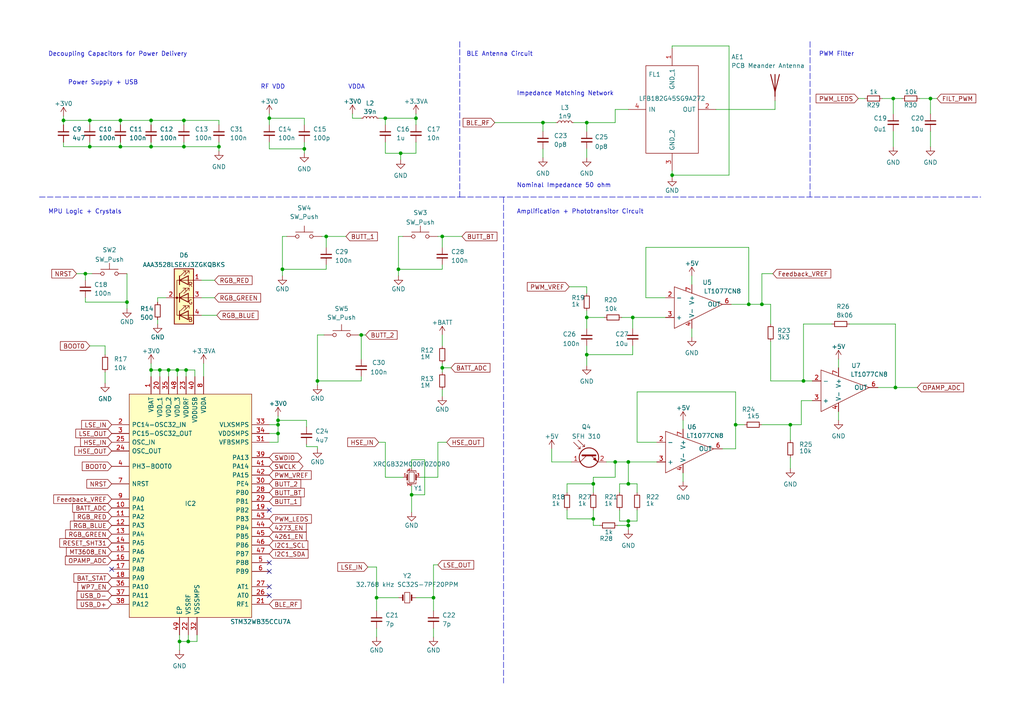
<source format=kicad_sch>
(kicad_sch (version 20211123) (generator eeschema)
  (paper "A4")
  (title_block (title "Amplification and STM32 Circuit") (date "2022-11-08") (rev "1.0") (company "UTEC"))
  (lib_symbols
    (symbol "Amplifier_Operational:LT1077CN8"
      (property "Reference" "U" (at -3.175 0 0))
      (property "Value" "LT1077CN8" (at 1.27 2.54 0))
      (symbol "LT1077CN8_1_1"
        (pin no_connect line (at 6.35 -5.08 270) (length 2.54) hide (name "VOS_1") (number "1"))
        (pin input line (at -6.35 -6.985 0) (length 2.54) (name "-") (number "2"))
        (pin input line (at -6.35 -12.7 0) (length 2.54) (name "+") (number "3"))
        (pin power_in line (at 1.27 -15.875 90) (length 2.54) (name "V-") (number "4"))
        (pin no_connect line (at 4.445 -4.445 270) (length 2.54) hide (name "NC") (number "5"))
        (pin input line (at 12.7 -8.89 180) (length 2.54) (name "OUT") (number "6"))
        (pin power_in line (at 1.27 -3.175 270) (length 2.54) (name "V+") (number "7"))
        (pin no_connect line (at 3.81 -14.605 90) (length 2.54) hide (name "VOS_8") (number "8"))
      )
    )
    (symbol "Device:Antenna" (pin_numbers hide) (pin_names (offset 1.016) hide)
      (property "Reference" "AE" (at -1.905 1.905 0))
      (property "Value" "Antenna" (at -1.905 0 0))
      (symbol "Antenna_1_1"
        (pin input line (at 0 -5.08 90) (length 2.54) (name "A") (number "1"))
      )
    )
    (symbol "Device:C_Small" (pin_numbers hide) (pin_names (offset 0.254) hide)
      (property "Reference" "C" (at 0.254 1.778 0))
      (property "Value" "C_Small" (at 0.254 -2.032 0))
      (symbol "C_Small_1_1"
        (pin passive line (at 0 2.54 270) (length 2.032) (name "~") (number "1"))
        (pin passive line (at 0 -2.54 90) (length 2.032) (name "~") (number "2"))
      )
    )
    (symbol "Device:Crystal_GND24_Small" (pin_names (offset 1.016) hide)
      (property "Reference" "Y" (at 1.27 4.445 0))
      (property "Value" "Crystal_GND24_Small" (at 1.27 2.54 0))
      (symbol "Crystal_GND24_Small_1_1"
        (pin passive line (at -2.54 0 0) (length 1.27) (name "1") (number "1"))
        (pin passive line (at 0 -2.54 90) (length 0.635) (name "2") (number "2"))
        (pin passive line (at 2.54 0 180) (length 1.27) (name "3") (number "3"))
        (pin passive line (at 0 2.54 270) (length 0.635) (name "4") (number "4"))
      )
    )
    (symbol "Device:Crystal_Small" (pin_numbers hide) (pin_names (offset 1.016) hide)
      (property "Reference" "Y" (at 0 2.54 0))
      (property "Value" "Crystal_Small" (at 0 -2.54 0))
      (symbol "Crystal_Small_1_1"
        (pin passive line (at -2.54 0 0) (length 1.27) (name "1") (number "1"))
        (pin passive line (at 2.54 0 180) (length 1.27) (name "2") (number "2"))
      )
    )
    (symbol "Device:LED_RKGB" (pin_names (offset 0) hide)
      (property "Reference" "D" (at 0 9.398 0))
      (property "Value" "LED_RKGB" (at 0 -8.89 0))
      (symbol "LED_RKGB_0_0"
        (text "B" (at 1.905 -6.35 0) (effects (font (size 1.27 1.27))))
        (text "G" (at 1.905 -1.27 0) (effects (font (size 1.27 1.27))))
        (text "R" (at 1.905 3.81 0) (effects (font (size 1.27 1.27))))
      )
      (symbol "LED_RKGB_1_1"
        (pin passive line (at 5.08 5.08 180) (length 2.54) (name "RA") (number "1"))
        (pin passive line (at -5.08 0 0) (length 2.54) (name "K") (number "2"))
        (pin passive line (at 5.08 0 180) (length 2.54) (name "GA") (number "3"))
        (pin passive line (at 5.08 -5.08 180) (length 2.54) (name "BA") (number "4"))
      )
    )
    (symbol "Device:L_Small" (pin_numbers hide) (pin_names (offset 0.254) hide)
      (property "Reference" "L" (at 0.762 1.016 0))
      (property "Value" "L_Small" (at 0.762 -1.016 0))
      (symbol "L_Small_1_1"
        (pin passive line (at 0 2.54 270) (length 0.508) (name "~") (number "1"))
        (pin passive line (at 0 -2.54 90) (length 0.508) (name "~") (number "2"))
      )
    )
    (symbol "Device:Q_Photo_NPN" (pin_names (offset 0) hide)
      (property "Reference" "Q" (at 5.08 1.27 0))
      (property "Value" "Q_Photo_NPN" (at 5.08 -1.27 0))
      (symbol "Q_Photo_NPN_1_1"
        (pin passive line (at 2.54 5.08 270) (length 2.54) (name "C") (number "1"))
        (pin passive line (at 2.54 -5.08 90) (length 2.54) (name "E") (number "2"))
      )
    )
    (symbol "Device:R_Small" (pin_numbers hide) (pin_names (offset 0.254) hide)
      (property "Reference" "R" (at 0.762 0.508 0))
      (property "Value" "R_Small" (at 0.762 -1.016 0))
      (symbol "R_Small_1_1"
        (pin passive line (at 0 2.54 270) (length 0.762) (name "~") (number "1"))
        (pin passive line (at 0 -2.54 90) (length 0.762) (name "~") (number "2"))
      )
    )
    (symbol "SamacSys_Parts:LFB182G45SG9A272" (pin_names (offset 0.762))
      (property "Reference" "FL" (at 21.59 17.78 0))
      (property "Value" "LFB182G45SG9A272" (at 21.59 15.24 0))
      (symbol "LFB182G45SG9A272_0_0"
        (pin passive line (at 12.7 17.78 270) (length 5.08) (name "GND_1") (number "1"))
        (pin passive line (at 25.4 0 180) (length 5.08) (name "OUT") (number "2"))
        (pin passive line (at 12.7 -17.78 90) (length 5.08) (name "GND_2") (number "3"))
        (pin passive line (at 0 0 0) (length 5.08) (name "IN") (number "4"))
      )
    )
    (symbol "SamacSys_Parts:STM32WB35CCU7A" (pin_names (offset 0.762))
      (property "Reference" "IC?" (at 22.86 -19.05 0))
      (property "Value" "STM32WB35CCU7A" (at 43.18 -53.34 0))
      (symbol "STM32WB35CCU7A_0_0"
        (pin passive line (at 11.43 17.78 270) (length 5.08) (name "VBAT") (number "1"))
        (pin passive line (at 0 -20.32 0) (length 5.08) (name "PA1") (number "10"))
        (pin passive line (at 0 -22.86 0) (length 5.08) (name "PA2") (number "11"))
        (pin passive line (at 0 -25.4 0) (length 5.08) (name "PA3") (number "12"))
        (pin passive line (at 0 -27.94 0) (length 5.08) (name "PA4") (number "13"))
        (pin passive line (at 0 -30.48 0) (length 5.08) (name "PA5") (number "14"))
        (pin passive line (at 0 -33.02 0) (length 5.08) (name "PA6") (number "15"))
        (pin passive line (at 0 -35.56 0) (length 5.08) (name "PA7") (number "16"))
        (pin passive line (at 0 -38.1 0) (length 5.08) (name "PA8") (number "17"))
        (pin passive line (at 0 -40.64 0) (length 5.08) (name "PA9") (number "18"))
        (pin passive line (at 45.72 -20.955 180) (length 5.08) (name "PB2") (number "19"))
        (pin passive line (at 0 3.81 0) (length 5.08) (name "PC14-OSC32_IN") (number "2"))
        (pin passive line (at 13.97 17.78 270) (length 5.08) (name "VDD_1") (number "20"))
        (pin passive line (at 45.72 -48.26 180) (length 5.08) (name "RF1") (number "21"))
        (pin passive line (at 22.225 -57.15 90) (length 5.08) (name "VSSRF") (number "22"))
        (pin passive line (at 21.59 17.78 270) (length 5.08) (name "VDDRF") (number "23"))
        (pin passive line (at 0 -3.81 0) (length 5.08) (name "OSC_OUT") (number "24"))
        (pin passive line (at 0 -1.27 0) (length 5.08) (name "OSC_IN") (number "25"))
        (pin passive line (at 45.72 -45.72 180) (length 5.08) (name "AT0") (number "26"))
        (pin passive line (at 45.72 -43.18 180) (length 5.08) (name "AT1") (number "27"))
        (pin passive line (at 45.72 -15.875 180) (length 5.08) (name "PB0") (number "28"))
        (pin passive line (at 45.72 -18.415 180) (length 5.08) (name "PB1") (number "29"))
        (pin passive line (at 0 1.27 0) (length 5.08) (name "PC15-OSC32_OUT") (number "3"))
        (pin passive line (at 45.72 -13.335 180) (length 5.08) (name "PE4") (number "30"))
        (pin passive line (at 45.72 -1.27 180) (length 5.08) (name "VFBSMPS") (number "31"))
        (pin passive line (at 24.765 -57.15 90) (length 5.08) (name "VSSSMPS") (number "32"))
        (pin passive line (at 45.72 3.81 180) (length 5.08) (name "VLXSMPS") (number "33"))
        (pin passive line (at 45.72 1.27 180) (length 5.08) (name "VDDSMPS") (number "34"))
        (pin passive line (at 16.51 17.78 270) (length 5.08) (name "VDD_2") (number "35"))
        (pin passive line (at 0 -43.18 0) (length 5.08) (name "PA10") (number "36"))
        (pin passive line (at 0 -45.72 0) (length 5.08) (name "PA11") (number "37"))
        (pin passive line (at 0 -48.26 0) (length 5.08) (name "PA12") (number "38"))
        (pin passive line (at 45.72 -5.715 180) (length 5.08) (name "PA13") (number "39"))
        (pin passive line (at 0 -8.255 0) (length 5.08) (name "PH3-BOOT0") (number "4"))
        (pin passive line (at 24.13 17.78 270) (length 5.08) (name "VDDUSB") (number "40"))
        (pin passive line (at 45.72 -8.255 180) (length 5.08) (name "PA14") (number "41"))
        (pin passive line (at 45.72 -10.795 180) (length 5.08) (name "PA15") (number "42"))
        (pin passive line (at 45.72 -23.495 180) (length 5.08) (name "PB3") (number "43"))
        (pin passive line (at 45.72 -26.035 180) (length 5.08) (name "PB4") (number "44"))
        (pin passive line (at 45.72 -28.575 180) (length 5.08) (name "PB5") (number "45"))
        (pin passive line (at 45.72 -31.115 180) (length 5.08) (name "PB6") (number "46"))
        (pin passive line (at 45.72 -33.655 180) (length 5.08) (name "PB7") (number "47"))
        (pin passive line (at 19.05 17.78 270) (length 5.08) (name "VDD_3") (number "48"))
        (pin passive line (at 19.685 -57.15 90) (length 5.08) (name "EP") (number "49"))
        (pin passive line (at 45.72 -36.195 180) (length 5.08) (name "PB8") (number "5"))
        (pin passive line (at 45.72 -38.735 180) (length 5.08) (name "PB9") (number "6"))
        (pin passive line (at 0 -13.335 0) (length 5.08) (name "NRST") (number "7"))
        (pin passive line (at 26.67 17.78 270) (length 5.08) (name "VDDA") (number "8"))
        (pin passive line (at 0 -17.78 0) (length 5.08) (name "PA0") (number "9"))
      )
    )
    (symbol "Switch:SW_Push" (pin_numbers hide) (pin_names (offset 1.016) hide)
      (property "Reference" "SW" (at 1.27 2.54 0))
      (property "Value" "SW_Push" (at 0 -1.524 0))
      (symbol "SW_Push_0_1"
        (pin passive line (at -5.08 0 0) (length 2.54) (name "1") (number "1"))
        (pin passive line (at 5.08 0 180) (length 2.54) (name "2") (number "2"))
      )
    )
    (symbol "power:+3.3VA" (power) (pin_names (offset 0))
      (property "Value" "+3.3VA" (at 0 3.556 0))
      (symbol "+3.3VA_1_1"
        (pin power_in line (at 0 0 90) (length 0) hide (name "+3.3VA") (number "1"))
      )
    )
    (symbol "power:+3V0" (power) (pin_names (offset 0))
      (property "Value" "+3V0" (at 0 3.556 0))
      (symbol "+3V0_1_1"
        (pin power_in line (at 0 0 90) (length 0) hide (name "+3V0") (number "1"))
      )
    )
    (symbol "power:+5V" (power) (pin_names (offset 0))
      (property "Value" "+5V" (at 0 3.556 0))
      (symbol "+5V_1_1"
        (pin power_in line (at 0 0 90) (length 0) hide (name "+5V") (number "1"))
      )
    )
    (symbol "power:+BATT" (power) (pin_names (offset 0))
      (property "Value" "+BATT" (at 0 3.556 0))
      (symbol "+BATT_1_1"
        (pin power_in line (at 0 0 90) (length 0) hide (name "+BATT") (number "1"))
      )
    )
    (symbol "power:GND" (power) (pin_names (offset 0))
      (property "Value" "GND" (at 0 -3.81 0))
      (symbol "GND_1_1"
        (pin power_in line (at 0 0 270) (length 0) hide (name "GND") (number "1"))
      )
    )
  )
  (junction (at 24.765 79.375))
  (junction (at 88.265 43.18))
  (junction (at 53.34 42.545))
  (junction (at 170.18 35.56))
  (junction (at 259.715 112.395))
  (junction (at 80.645 123.19))
  (junction (at 53.975 107.315))
  (junction (at 182.245 140.335))
  (junction (at 92.075 110.49))
  (junction (at 109.22 173.355))
  (junction (at 94.615 68.58))
  (junction (at 48.895 107.315))
  (junction (at 128.27 106.68))
  (junction (at 81.915 78.105))
  (junction (at 116.205 44.45))
  (junction (at 119.38 143.51))
  (junction (at 233.045 110.49))
  (junction (at 182.245 151.13))
  (junction (at 54.61 186.055))
  (junction (at 104.775 97.155))
  (junction (at 36.83 87.63))
  (junction (at 194.945 50.8))
  (junction (at 182.245 133.985))
  (junction (at 220.98 88.265))
  (junction (at 172.085 140.335))
  (junction (at 172.085 150.495))
  (junction (at 26.035 42.545))
  (junction (at 170.18 92.075))
  (junction (at 80.645 125.73))
  (junction (at 178.435 133.985))
  (junction (at 229.235 123.19))
  (junction (at 269.875 28.575))
  (junction (at 43.815 34.925))
  (junction (at 120.65 34.29))
  (junction (at 78.105 34.29))
  (junction (at 259.08 28.575))
  (junction (at 213.36 123.19))
  (junction (at 46.355 107.315))
  (junction (at 43.815 42.545))
  (junction (at 217.17 88.265))
  (junction (at 51.435 107.315))
  (junction (at 115.57 78.105))
  (junction (at 111.76 34.29))
  (junction (at 157.48 35.56))
  (junction (at 52.07 186.055))
  (junction (at 170.18 102.87))
  (junction (at 26.035 34.925))
  (junction (at 53.34 34.925))
  (junction (at 63.5 42.545))
  (junction (at 125.73 173.355))
  (junction (at 183.515 92.075))
  (junction (at 43.815 107.315))
  (junction (at 128.27 68.58))
  (junction (at 34.925 42.545))
  (junction (at 182.245 152.4))
  (junction (at 34.925 34.925))
  (junction (at 18.415 34.925))
  (junction (at 80.645 121.92))
  (no_connect (at 78.105 147.955))
  (no_connect (at 78.105 165.735))
  (no_connect (at 78.105 163.195))
  (no_connect (at 78.105 172.72))
  (no_connect (at 78.105 170.18))
  (no_connect (at 32.385 165.1))
  (wire (pts (xy 30.48 107.95) (xy 30.48 111.125)))
  (wire (pts (xy 94.615 76.835) (xy 94.615 78.105)))
  (wire (pts (xy 224.79 29.21) (xy 224.79 31.75)))
  (wire (pts (xy 120.65 34.29) (xy 120.65 36.195)))
  (wire (pts (xy 102.235 34.29) (xy 104.775 34.29)))
  (wire (pts (xy 190.5 128.27) (xy 184.785 128.27)))
  (wire (pts (xy 63.5 34.925) (xy 53.34 34.925)))
  (wire (pts (xy 129.54 128.27) (xy 127 128.27)))
  (wire (pts (xy 194.945 13.335) (xy 194.945 13.97)))
  (wire (pts (xy 128.27 106.68) (xy 130.81 106.68)))
  (wire (pts (xy 93.345 68.58) (xy 94.615 68.58)))
  (wire (pts (xy 115.57 78.105) (xy 115.57 80.01)))
  (wire (pts (xy 59.055 105.41) (xy 59.055 109.22)))
  (wire (pts (xy 269.875 28.575) (xy 269.875 33.02)))
  (wire (pts (xy 223.52 110.49) (xy 233.045 110.49)))
  (wire (pts (xy 34.925 34.925) (xy 26.035 34.925)))
  (wire (pts (xy 170.18 92.075) (xy 175.26 92.075)))
  (wire (pts (xy 51.435 107.315) (xy 48.895 107.315)))
  (wire (pts (xy 229.235 132.715) (xy 229.235 135.89)))
  (wire (pts (xy 233.045 93.98) (xy 233.045 110.49)))
  (wire (pts (xy 229.235 123.19) (xy 229.235 127.635)))
  (wire (pts (xy 34.925 41.275) (xy 34.925 42.545)))
  (wire (pts (xy 179.07 152.4) (xy 182.245 152.4)))
  (wire (pts (xy 80.645 128.27) (xy 80.645 125.73)))
  (wire (pts (xy 48.895 109.22) (xy 48.895 107.315)))
  (wire (pts (xy 120.65 34.29) (xy 120.65 33.02)))
  (wire (pts (xy 52.07 184.15) (xy 52.07 186.055)))
  (wire (pts (xy 223.52 88.265) (xy 223.52 93.98)))
  (wire (pts (xy 172.085 152.4) (xy 173.99 152.4)))
  (wire (pts (xy 81.915 68.58) (xy 81.915 78.105)))
  (wire (pts (xy 78.105 33.02) (xy 78.105 34.29)))
  (wire (pts (xy 56.515 109.22) (xy 56.515 107.315)))
  (wire (pts (xy 187.325 86.36) (xy 187.325 71.755)))
  (wire (pts (xy 88.9 129.54) (xy 92.075 129.54)))
  (wire (pts (xy 120.65 173.355) (xy 125.73 173.355)))
  (wire (pts (xy 63.5 42.545) (xy 53.34 42.545)))
  (wire (pts (xy 119.38 143.51) (xy 119.38 148.59)))
  (wire (pts (xy 164.465 150.495) (xy 172.085 150.495)))
  (wire (pts (xy 94.615 68.58) (xy 94.615 71.755)))
  (wire (pts (xy 243.205 119.38) (xy 243.205 121.92)))
  (wire (pts (xy 184.785 151.13) (xy 182.245 151.13)))
  (wire (pts (xy 200.66 95.25) (xy 200.66 97.79)))
  (wire (pts (xy 26.035 34.925) (xy 18.415 34.925)))
  (wire (pts (xy 232.41 116.205) (xy 235.585 116.205)))
  (wire (pts (xy 54.61 184.15) (xy 54.61 186.055)))
  (wire (pts (xy 179.705 151.13) (xy 182.245 151.13)))
  (wire (pts (xy 125.73 163.83) (xy 125.73 173.355)))
  (wire (pts (xy 62.23 86.36) (xy 58.42 86.36)))
  (wire (pts (xy 88.9 128.905) (xy 88.9 129.54)))
  (wire (pts (xy 182.245 133.985) (xy 182.245 140.335)))
  (wire (pts (xy 109.22 173.355) (xy 109.22 177.165)))
  (wire (pts (xy 43.815 41.275) (xy 43.815 42.545)))
  (wire (pts (xy 46.355 107.315) (xy 43.815 107.315)))
  (wire (pts (xy 170.18 43.18) (xy 170.18 45.72)))
  (wire (pts (xy 170.18 85.09) (xy 170.18 83.185)))
  (wire (pts (xy 229.235 123.19) (xy 232.41 123.19)))
  (wire (pts (xy 269.875 38.1) (xy 269.875 42.545)))
  (wire (pts (xy 43.815 34.925) (xy 34.925 34.925)))
  (wire (pts (xy 94.615 78.105) (xy 81.915 78.105)))
  (wire (pts (xy 172.085 147.955) (xy 172.085 150.495)))
  (wire (pts (xy 217.17 88.265) (xy 220.98 88.265)))
  (wire (pts (xy 172.085 138.43) (xy 178.435 138.43)))
  (wire (pts (xy 53.34 36.195) (xy 53.34 34.925)))
  (wire (pts (xy 259.08 28.575) (xy 261.62 28.575)))
  (wire (pts (xy 63.5 36.195) (xy 63.5 34.925)))
  (wire (pts (xy 233.045 110.49) (xy 235.585 110.49)))
  (wire (pts (xy 94.615 68.58) (xy 100.33 68.58)))
  (wire (pts (xy 269.875 28.575) (xy 271.78 28.575)))
  (wire (pts (xy 26.035 41.275) (xy 26.035 42.545)))
  (wire (pts (xy 184.785 147.955) (xy 184.785 151.13)))
  (wire (pts (xy 179.705 142.875) (xy 179.705 140.335)))
  (wire (pts (xy 255.905 28.575) (xy 259.08 28.575)))
  (wire (pts (xy 48.895 107.315) (xy 46.355 107.315)))
  (wire (pts (xy 123.19 133.35) (xy 123.19 143.51)))
  (wire (pts (xy 164.465 140.335) (xy 172.085 140.335)))
  (wire (pts (xy 43.815 105.41) (xy 43.815 107.315)))
  (wire (pts (xy 160.02 130.175) (xy 160.02 133.985)))
  (wire (pts (xy 92.075 97.155) (xy 92.075 110.49)))
  (wire (pts (xy 182.245 31.75) (xy 178.435 31.75)))
  (wire (pts (xy 46.355 109.22) (xy 46.355 107.315)))
  (wire (pts (xy 78.105 125.73) (xy 80.645 125.73)))
  (wire (pts (xy 36.83 79.375) (xy 36.83 87.63)))
  (wire (pts (xy 232.41 123.19) (xy 232.41 116.205)))
  (wire (pts (xy 178.435 35.56) (xy 170.18 35.56)))
  (wire (pts (xy 104.775 110.49) (xy 92.075 110.49)))
  (polyline (pts (xy 11.43 57.15) (xy 133.35 57.15)))
  (wire (pts (xy 92.075 129.54) (xy 92.075 130.175)))
  (wire (pts (xy 109.855 34.29) (xy 111.76 34.29)))
  (wire (pts (xy 128.27 105.41) (xy 128.27 106.68)))
  (wire (pts (xy 143.51 35.56) (xy 157.48 35.56)))
  (wire (pts (xy 109.22 164.465) (xy 109.22 173.355)))
  (wire (pts (xy 213.36 113.665) (xy 213.36 123.19)))
  (wire (pts (xy 62.23 81.28) (xy 58.42 81.28)))
  (wire (pts (xy 157.48 43.18) (xy 157.48 45.72)))
  (wire (pts (xy 34.925 36.195) (xy 34.925 34.925)))
  (wire (pts (xy 80.645 121.92) (xy 80.645 123.19)))
  (polyline (pts (xy 146.05 57.15) (xy 146.05 198.12)))
  (wire (pts (xy 104.775 109.22) (xy 104.775 110.49)))
  (wire (pts (xy 183.515 92.075) (xy 183.515 95.25)))
  (polyline (pts (xy 234.95 12.065) (xy 234.95 57.15)))
  (wire (pts (xy 30.48 100.33) (xy 30.48 102.87)))
  (wire (pts (xy 63.5 41.275) (xy 63.5 42.545)))
  (wire (pts (xy 259.08 38.1) (xy 259.08 42.545)))
  (wire (pts (xy 184.785 113.665) (xy 213.36 113.665)))
  (wire (pts (xy 24.765 79.375) (xy 26.67 79.375)))
  (wire (pts (xy 18.415 33.655) (xy 18.415 34.925)))
  (wire (pts (xy 128.27 76.835) (xy 128.27 78.105)))
  (wire (pts (xy 26.035 36.195) (xy 26.035 34.925)))
  (wire (pts (xy 52.07 186.055) (xy 52.07 188.595)))
  (wire (pts (xy 164.465 147.955) (xy 164.465 150.495)))
  (wire (pts (xy 217.17 71.755) (xy 217.17 88.265)))
  (wire (pts (xy 58.42 91.44) (xy 62.865 91.44)))
  (wire (pts (xy 220.98 88.265) (xy 223.52 88.265)))
  (wire (pts (xy 259.715 112.395) (xy 266.065 112.395)))
  (wire (pts (xy 128.27 68.58) (xy 133.985 68.58)))
  (wire (pts (xy 224.155 79.375) (xy 220.98 79.375)))
  (wire (pts (xy 88.265 43.18) (xy 88.265 44.45)))
  (wire (pts (xy 111.76 128.27) (xy 111.76 138.43)))
  (wire (pts (xy 36.83 87.63) (xy 36.83 89.535)))
  (wire (pts (xy 26.035 42.545) (xy 34.925 42.545)))
  (wire (pts (xy 128.27 113.03) (xy 128.27 114.935)))
  (wire (pts (xy 248.92 28.575) (xy 250.825 28.575)))
  (wire (pts (xy 254.635 112.395) (xy 259.715 112.395)))
  (wire (pts (xy 170.18 83.185) (xy 165.1 83.185)))
  (wire (pts (xy 175.895 133.985) (xy 178.435 133.985)))
  (wire (pts (xy 104.14 97.155) (xy 104.775 97.155)))
  (wire (pts (xy 18.415 41.275) (xy 18.415 42.545)))
  (wire (pts (xy 43.815 36.195) (xy 43.815 34.925)))
  (wire (pts (xy 24.765 86.36) (xy 24.765 87.63)))
  (wire (pts (xy 209.55 130.175) (xy 213.36 130.175)))
  (wire (pts (xy 125.73 182.245) (xy 125.73 184.785)))
  (wire (pts (xy 212.09 88.265) (xy 217.17 88.265)))
  (wire (pts (xy 184.785 128.27) (xy 184.785 113.665)))
  (wire (pts (xy 182.245 152.4) (xy 182.245 153.67)))
  (wire (pts (xy 78.105 41.275) (xy 78.105 43.18)))
  (wire (pts (xy 127 128.27) (xy 127 138.43)))
  (wire (pts (xy 119.38 133.35) (xy 123.19 133.35)))
  (wire (pts (xy 18.415 42.545) (xy 26.035 42.545)))
  (wire (pts (xy 120.65 44.45) (xy 116.205 44.45)))
  (wire (pts (xy 83.185 68.58) (xy 81.915 68.58)))
  (wire (pts (xy 172.085 150.495) (xy 172.085 152.4)))
  (wire (pts (xy 178.435 138.43) (xy 178.435 133.985)))
  (wire (pts (xy 178.435 31.75) (xy 178.435 35.56)))
  (wire (pts (xy 170.18 92.075) (xy 170.18 95.25)))
  (wire (pts (xy 127 68.58) (xy 128.27 68.58)))
  (wire (pts (xy 180.34 92.075) (xy 183.515 92.075)))
  (wire (pts (xy 123.19 143.51) (xy 119.38 143.51)))
  (wire (pts (xy 88.265 36.195) (xy 88.265 34.29)))
  (wire (pts (xy 178.435 133.985) (xy 182.245 133.985)))
  (wire (pts (xy 170.18 35.56) (xy 170.18 38.1)))
  (wire (pts (xy 92.075 97.155) (xy 93.98 97.155)))
  (wire (pts (xy 266.7 28.575) (xy 269.875 28.575)))
  (wire (pts (xy 164.465 142.875) (xy 164.465 140.335)))
  (wire (pts (xy 179.705 140.335) (xy 182.245 140.335)))
  (wire (pts (xy 26.035 100.33) (xy 30.48 100.33)))
  (wire (pts (xy 183.515 92.075) (xy 193.04 92.075)))
  (wire (pts (xy 88.9 123.825) (xy 88.9 121.92)))
  (wire (pts (xy 88.265 34.29) (xy 78.105 34.29)))
  (wire (pts (xy 116.205 44.45) (xy 116.205 46.355)))
  (wire (pts (xy 88.265 41.275) (xy 88.265 43.18)))
  (wire (pts (xy 128.27 78.105) (xy 115.57 78.105)))
  (wire (pts (xy 22.225 79.375) (xy 24.765 79.375)))
  (wire (pts (xy 128.27 68.58) (xy 128.27 71.755)))
  (wire (pts (xy 200.66 80.01) (xy 200.66 82.55)))
  (wire (pts (xy 43.815 107.315) (xy 43.815 109.22)))
  (wire (pts (xy 63.5 42.545) (xy 63.5 43.815)))
  (wire (pts (xy 211.455 13.335) (xy 211.455 50.8)))
  (wire (pts (xy 128.27 107.95) (xy 128.27 106.68)))
  (wire (pts (xy 182.245 151.13) (xy 182.245 152.4)))
  (wire (pts (xy 182.245 140.335) (xy 184.785 140.335)))
  (wire (pts (xy 24.765 79.375) (xy 24.765 81.28)))
  (wire (pts (xy 119.38 140.97) (xy 119.38 143.51)))
  (polyline (pts (xy 133.35 57.15) (xy 284.48 57.15)))
  (wire (pts (xy 34.925 42.545) (xy 43.815 42.545)))
  (wire (pts (xy 54.61 186.055) (xy 52.07 186.055)))
  (wire (pts (xy 166.37 35.56) (xy 170.18 35.56)))
  (wire (pts (xy 18.415 34.925) (xy 18.415 36.195)))
  (wire (pts (xy 243.205 104.14) (xy 243.205 106.68)))
  (wire (pts (xy 111.76 138.43) (xy 116.84 138.43)))
  (wire (pts (xy 78.105 123.19) (xy 80.645 123.19)))
  (wire (pts (xy 246.38 93.98) (xy 259.715 93.98)))
  (wire (pts (xy 160.02 133.985) (xy 165.735 133.985)))
  (wire (pts (xy 109.22 182.245) (xy 109.22 184.785)))
  (wire (pts (xy 115.57 68.58) (xy 115.57 78.105)))
  (polyline (pts (xy 133.35 57.15) (xy 133.35 12.065)))
  (wire (pts (xy 157.48 38.1) (xy 157.48 35.56)))
  (wire (pts (xy 111.76 34.29) (xy 111.76 36.195)))
  (wire (pts (xy 194.945 13.335) (xy 211.455 13.335)))
  (wire (pts (xy 45.72 87.63) (xy 45.72 86.36)))
  (wire (pts (xy 109.855 128.27) (xy 111.76 128.27)))
  (wire (pts (xy 104.775 97.155) (xy 104.775 104.14)))
  (wire (pts (xy 187.325 71.755) (xy 217.17 71.755)))
  (wire (pts (xy 80.645 120.65) (xy 80.645 121.92)))
  (wire (pts (xy 80.645 125.73) (xy 80.645 123.19)))
  (wire (pts (xy 184.785 142.875) (xy 184.785 140.335)))
  (wire (pts (xy 220.98 79.375) (xy 220.98 88.265)))
  (wire (pts (xy 213.36 123.19) (xy 215.9 123.19)))
  (wire (pts (xy 43.815 42.545) (xy 53.34 42.545)))
  (wire (pts (xy 53.34 41.275) (xy 53.34 42.545)))
  (wire (pts (xy 119.38 135.89) (xy 119.38 133.35)))
  (wire (pts (xy 24.765 87.63) (xy 36.83 87.63)))
  (wire (pts (xy 109.22 173.355) (xy 115.57 173.355)))
  (wire (pts (xy 193.04 86.36) (xy 187.325 86.36)))
  (wire (pts (xy 223.52 99.06) (xy 223.52 110.49)))
  (wire (pts (xy 259.08 28.575) (xy 259.08 33.02)))
  (wire (pts (xy 198.12 121.92) (xy 198.12 124.46)))
  (wire (pts (xy 78.105 128.27) (xy 80.645 128.27)))
  (wire (pts (xy 220.98 123.19) (xy 229.235 123.19)))
  (wire (pts (xy 172.085 142.875) (xy 172.085 140.335)))
  (wire (pts (xy 56.515 107.315) (xy 53.975 107.315)))
  (wire (pts (xy 211.455 50.8) (xy 194.945 50.8)))
  (wire (pts (xy 170.18 102.87) (xy 170.18 106.045)))
  (wire (pts (xy 81.915 78.105) (xy 81.915 80.01)))
  (wire (pts (xy 179.705 147.955) (xy 179.705 151.13)))
  (wire (pts (xy 111.76 44.45) (xy 116.205 44.45)))
  (wire (pts (xy 128.27 97.155) (xy 128.27 100.33)))
  (wire (pts (xy 183.515 100.33) (xy 183.515 102.87)))
  (wire (pts (xy 51.435 109.22) (xy 51.435 107.315)))
  (wire (pts (xy 104.775 97.155) (xy 106.045 97.155)))
  (wire (pts (xy 111.76 41.275) (xy 111.76 44.45)))
  (wire (pts (xy 170.18 100.33) (xy 170.18 102.87)))
  (wire (pts (xy 172.085 140.335) (xy 172.085 138.43)))
  (wire (pts (xy 194.945 50.8) (xy 194.945 51.435)))
  (wire (pts (xy 106.68 164.465) (xy 109.22 164.465)))
  (wire (pts (xy 198.12 137.16) (xy 198.12 139.7)))
  (wire (pts (xy 241.3 93.98) (xy 233.045 93.98)))
  (wire (pts (xy 157.48 35.56) (xy 161.29 35.56)))
  (wire (pts (xy 127 138.43) (xy 121.92 138.43)))
  (wire (pts (xy 213.36 130.175) (xy 213.36 123.19)))
  (wire (pts (xy 259.715 93.98) (xy 259.715 112.395)))
  (wire (pts (xy 116.84 68.58) (xy 115.57 68.58)))
  (wire (pts (xy 207.645 31.75) (xy 224.79 31.75)))
  (wire (pts (xy 57.15 186.055) (xy 54.61 186.055)))
  (wire (pts (xy 170.18 90.17) (xy 170.18 92.075)))
  (wire (pts (xy 127 163.83) (xy 125.73 163.83)))
  (wire (pts (xy 78.105 34.29) (xy 78.105 36.195)))
  (wire (pts (xy 53.34 34.925) (xy 43.815 34.925)))
  (wire (pts (xy 45.72 86.36) (xy 48.26 86.36)))
  (wire (pts (xy 183.515 102.87) (xy 170.18 102.87)))
  (wire (pts (xy 92.075 110.49) (xy 92.075 111.76)))
  (wire (pts (xy 53.975 107.315) (xy 51.435 107.315)))
  (wire (pts (xy 57.15 184.15) (xy 57.15 186.055)))
  (wire (pts (xy 182.245 133.985) (xy 190.5 133.985)))
  (wire (pts (xy 45.72 92.71) (xy 45.72 93.98)))
  (wire (pts (xy 120.65 41.275) (xy 120.65 44.45)))
  (wire (pts (xy 88.9 121.92) (xy 80.645 121.92)))
  (wire (pts (xy 125.73 173.355) (xy 125.73 177.165)))
  (wire (pts (xy 53.975 109.22) (xy 53.975 107.315)))
  (wire (pts (xy 111.76 34.29) (xy 120.65 34.29)))
  (wire (pts (xy 102.235 33.02) (xy 102.235 34.29)))
  (wire (pts (xy 194.945 49.53) (xy 194.945 50.8)))
  (wire (pts (xy 78.105 43.18) (xy 88.265 43.18)))
  (text "Decoupling Capacitors for Power Delivery" (at 13.97 16.51 0) (effects (font (size 1.27 1.27)) (justify left bottom)))
  (text "BLE Antenna Circuit" (at 135.255 16.51 0) (effects (font (size 1.27 1.27)) (justify left bottom)))
  (text "Nominal Impedance 50 ohm" (at 149.86 54.61 0) (effects (font (size 1.27 1.27)) (justify left bottom)))
  (text "RF VDD" (at 75.565 26.035 0) (effects (font (size 1.27 1.27)) (justify left bottom)))
  (text "PWM Filter" (at 237.49 16.51 0) (effects (font (size 1.27 1.27)) (justify left bottom)))
  (text "Power Supply + USB" (at 19.685 24.765 0) (effects (font (size 1.27 1.27)) (justify left bottom)))
  (text "Impedance Matching Network\n" (at 149.86 27.94 0) (effects (font (size 1.27 1.27)) (justify left bottom)))
  (text "MPU Logic + Crystals" (at 13.97 62.23 0) (effects (font (size 1.27 1.27)) (justify left bottom)))
  (text "VDDA" (at 100.965 26.035 0) (effects (font (size 1.27 1.27)) (justify left bottom)))
  (text "Amplification + Phototransitor Circuit" (at 149.86 62.23 0) (effects (font (size 1.27 1.27)) (justify left bottom)))
  (global_label "HSE_IN" (shape input) (at 109.855 128.27 180) (property "Intersheet References" "${INTERSHEET_REFS}" (effects hide)))
  (global_label "PWM_LEDS" (shape input) (at 78.105 150.495 0) (property "Intersheet References" "${INTERSHEET_REFS}" (effects hide)))
  (global_label "RGB_RED" (shape input) (at 62.23 81.28 0) (property "Intersheet References" "${INTERSHEET_REFS}" (effects hide)))
  (global_label "NRST" (shape input) (at 32.385 140.335 180) (property "Intersheet References" "${INTERSHEET_REFS}" (effects hide)))
  (global_label "RGB_RED" (shape input) (at 32.385 149.86 180) (property "Intersheet References" "${INTERSHEET_REFS}" (effects hide)))
  (global_label "WP7_EN" (shape input) (at 32.385 170.18 180) (property "Intersheet References" "${INTERSHEET_REFS}" (effects hide)))
  (global_label "SWCLK" (shape bidirectional) (at 78.105 135.255 0) (property "Intersheet References" "${INTERSHEET_REFS}" (effects hide)))
  (global_label "RGB_BLUE" (shape input) (at 32.385 152.4 180) (property "Intersheet References" "${INTERSHEET_REFS}" (effects hide)))
  (global_label "MT3608_EN" (shape input) (at 32.385 160.02 180) (property "Intersheet References" "${INTERSHEET_REFS}" (effects hide)))
  (global_label "RGB_GREEN" (shape input) (at 32.385 154.94 180) (property "Intersheet References" "${INTERSHEET_REFS}" (effects hide)))
  (global_label "HSE_OUT" (shape input) (at 129.54 128.27 0) (property "Intersheet References" "${INTERSHEET_REFS}" (effects hide)))
  (global_label "PWM_VREF" (shape input) (at 78.105 137.795 0) (property "Intersheet References" "${INTERSHEET_REFS}" (effects hide)))
  (global_label "LSE_OUT" (shape input) (at 127 163.83 0) (property "Intersheet References" "${INTERSHEET_REFS}" (effects hide)))
  (global_label "4261_EN" (shape input) (at 78.105 155.575 0) (property "Intersheet References" "${INTERSHEET_REFS}" (effects hide)))
  (global_label "LSE_IN" (shape input) (at 32.385 123.19 180) (property "Intersheet References" "${INTERSHEET_REFS}" (effects hide)))
  (global_label "LSE_IN" (shape input) (at 106.68 164.465 180) (property "Intersheet References" "${INTERSHEET_REFS}" (effects hide)))
  (global_label "SWDIO" (shape bidirectional) (at 78.105 132.715 0) (property "Intersheet References" "${INTERSHEET_REFS}" (effects hide)))
  (global_label "RESET_SHT31" (shape input) (at 32.385 157.48 180) (property "Intersheet References" "${INTERSHEET_REFS}" (effects hide)))
  (global_label "I2C1_SCL" (shape input) (at 78.105 158.115 0) (property "Intersheet References" "${INTERSHEET_REFS}" (effects hide)))
  (global_label "BATT_ADC" (shape input) (at 130.81 106.68 0) (property "Intersheet References" "${INTERSHEET_REFS}" (effects hide)))
  (global_label "USB_D+" (shape input) (at 32.385 175.26 180) (property "Intersheet References" "${INTERSHEET_REFS}" (effects hide)))
  (global_label "RGB_BLUE" (shape input) (at 62.865 91.44 0) (property "Intersheet References" "${INTERSHEET_REFS}" (effects hide)))
  (global_label "HSE_OUT" (shape input) (at 32.385 130.81 180) (property "Intersheet References" "${INTERSHEET_REFS}" (effects hide)))
  (global_label "LSE_OUT" (shape input) (at 32.385 125.73 180) (property "Intersheet References" "${INTERSHEET_REFS}" (effects hide)))
  (global_label "FILT_PWM" (shape input) (at 271.78 28.575 0) (property "Intersheet References" "${INTERSHEET_REFS}" (effects hide)))
  (global_label "BATT_ADC" (shape input) (at 32.385 147.32 180) (property "Intersheet References" "${INTERSHEET_REFS}" (effects hide)))
  (global_label "USB_D-" (shape input) (at 32.385 172.72 180) (property "Intersheet References" "${INTERSHEET_REFS}" (effects hide)))
  (global_label "BUTT_BT" (shape input) (at 133.985 68.58 0) (property "Intersheet References" "${INTERSHEET_REFS}" (effects hide)))
  (global_label "RGB_GREEN" (shape input) (at 62.23 86.36 0) (property "Intersheet References" "${INTERSHEET_REFS}" (effects hide)))
  (global_label "Feedback_VREF" (shape input) (at 32.385 144.78 180) (property "Intersheet References" "${INTERSHEET_REFS}" (effects hide)))
  (global_label "BOOT0" (shape input) (at 26.035 100.33 180) (property "Intersheet References" "${INTERSHEET_REFS}" (effects hide)))
  (global_label "BLE_RF" (shape input) (at 143.51 35.56 180) (property "Intersheet References" "${INTERSHEET_REFS}" (effects hide)))
  (global_label "4273_EN" (shape input) (at 78.105 153.035 0) (property "Intersheet References" "${INTERSHEET_REFS}" (effects hide)))
  (global_label "BLE_RF" (shape input) (at 78.105 175.26 0) (property "Intersheet References" "${INTERSHEET_REFS}" (effects hide)))
  (global_label "BUTT_1" (shape input) (at 78.105 145.415 0) (property "Intersheet References" "${INTERSHEET_REFS}" (effects hide)))
  (global_label "BUTT_1" (shape input) (at 100.33 68.58 0) (property "Intersheet References" "${INTERSHEET_REFS}" (effects hide)))
  (global_label "HSE_IN" (shape input) (at 32.385 128.27 180) (property "Intersheet References" "${INTERSHEET_REFS}" (effects hide)))
  (global_label "BAT_STAT" (shape input) (at 32.385 167.64 180) (property "Intersheet References" "${INTERSHEET_REFS}" (effects hide)))
  (global_label "NRST" (shape input) (at 22.225 79.375 180) (property "Intersheet References" "${INTERSHEET_REFS}" (effects hide)))
  (global_label "OPAMP_ADC" (shape input) (at 266.065 112.395 0) (property "Intersheet References" "${INTERSHEET_REFS}" (effects hide)))
  (global_label "PWM_VREF" (shape input) (at 165.1 83.185 180) (property "Intersheet References" "${INTERSHEET_REFS}" (effects hide)))
  (global_label "PWM_LEDS" (shape input) (at 248.92 28.575 180) (property "Intersheet References" "${INTERSHEET_REFS}" (effects hide)))
  (global_label "BOOT0" (shape input) (at 32.385 135.255 180) (property "Intersheet References" "${INTERSHEET_REFS}" (effects hide)))
  (global_label "BUTT_2" (shape input) (at 106.045 97.155 0) (property "Intersheet References" "${INTERSHEET_REFS}" (effects hide)))
  (global_label "I2C1_SDA" (shape input) (at 78.105 160.655 0) (property "Intersheet References" "${INTERSHEET_REFS}" (effects hide)))
  (global_label "BUTT_BT" (shape input) (at 78.105 142.875 0) (property "Intersheet References" "${INTERSHEET_REFS}" (effects hide)))
  (global_label "BUTT_2" (shape input) (at 78.105 140.335 0) (property "Intersheet References" "${INTERSHEET_REFS}" (effects hide)))
  (global_label "OPAMP_ADC" (shape input) (at 32.385 162.56 180) (property "Intersheet References" "${INTERSHEET_REFS}" (effects hide)))
  (global_label "Feedback_VREF" (shape input) (at 224.155 79.375 0) (property "Intersheet References" "${INTERSHEET_REFS}" (effects hide)))
  (symbol (lib_id "Amplifier_Operational:LT1077CN8") (at 241.935 103.505 0) (unit 1)
    (property "Reference" "U7" (at 248.285 106.045 0))
    (property "Value" "LT1077CN8" (at 252.095 108.585 0))
    (property "Footprint" "Package_DIP:DIP-8_W7.62mm" (effects hide))
  )
  (symbol (lib_id "power:+5V") (at 198.12 121.92 0) (unit 1)
    (property "Reference" "#PWR058" (effects hide))
    (property "Value" "+5V" (at 198.12 118.3155 0))
  )
  (symbol (lib_id "Device:C_Small") (at 120.65 38.735 0) (unit 1)
    (property "Reference" "C17" (at 123.825 37.4712 0) (effects (justify left)))
    (property "Value" "10n" (at 123.825 40.0112 0) (effects (justify left)))
    (property "Footprint" "Capacitor_SMD:C_0402_1005Metric" (effects hide))
  )
  (symbol (lib_id "Device:R_Small") (at 30.48 105.41 0) (unit 1)
    (property "Reference" "R17" (at 33.02 104.1399 0) (effects (justify left)))
    (property "Value" "10k" (at 33.02 106.6799 0) (effects (justify left)))
    (property "Footprint" "Resistor_SMD:R_0402_1005Metric" (effects hide))
    (property "LCSC Part #" "C25744" (effects hide))
  )
  (symbol (lib_id "Device:C_Small") (at 128.27 74.295 0) (unit 1)
    (property "Reference" "C28" (at 130.81 73.0312 0) (effects (justify left)))
    (property "Value" "100n" (at 130.81 75.5712 0) (effects (justify left)))
    (property "Footprint" "Capacitor_SMD:C_0402_1005Metric" (effects hide))
    (property "LCSC Part #" "C307331" (effects hide))
  )
  (symbol (lib_id "Device:C_Small") (at 24.765 83.82 0) (unit 1)
    (property "Reference" "C18" (at 27.305 82.5562 0) (effects (justify left)))
    (property "Value" "100n" (at 27.305 85.0962 0) (effects (justify left)))
    (property "Footprint" "Capacitor_SMD:C_0402_1005Metric" (effects hide))
    (property "LCSC Part #" "C307331" (effects hide))
  )
  (symbol (lib_id "Device:L_Small") (at 163.83 35.56 90) (unit 1)
    (property "Reference" "L3" (at 163.83 31.2125 90))
    (property "Value" "1n9" (at 163.83 33.655 90))
    (property "Footprint" "Inductor_SMD:L_0402_1005Metric" (effects hide))
  )
  (symbol (lib_id "power:GND") (at 116.205 46.355 0) (unit 1)
    (property "Reference" "#PWR047" (effects hide))
    (property "Value" "GND" (at 116.205 50.9175 0))
  )
  (symbol (lib_id "power:+3V0") (at 78.105 33.02 0) (unit 1)
    (property "Reference" "#PWR024" (effects hide))
    (property "Value" "+3V0" (at 78.105 29.4155 0))
  )
  (symbol (lib_id "power:+3.3VA") (at 59.055 105.41 0) (unit 1)
    (property "Reference" "#PWR038" (effects hide))
    (property "Value" "+3.3VA" (at 59.055 101.8055 0))
  )
  (symbol (lib_id "Device:R_Small") (at 164.465 145.415 0) (unit 1)
    (property "Reference" "R18" (at 160.02 144.145 0) (effects (justify left)))
    (property "Value" "1k" (at 160.02 146.05 0) (effects (justify left)))
    (property "Footprint" "Resistor_SMD:R_0805_2012Metric" (effects hide))
  )
  (symbol (lib_id "Device:C_Small") (at 26.035 38.735 0) (unit 1)
    (property "Reference" "C10" (at 28.575 37.4712 0) (effects (justify left)))
    (property "Value" "100n" (at 28.575 40.0112 0) (effects (justify left)))
    (property "Footprint" "Capacitor_SMD:C_0402_1005Metric" (effects hide))
  )
  (symbol (lib_id "Device:R_Small") (at 253.365 28.575 90) (unit 1)
    (property "Reference" "R29" (at 255.27 30.48 90) (effects (justify left)))
    (property "Value" "1k" (at 254.635 26.67 90) (effects (justify left)))
    (property "Footprint" "Resistor_SMD:R_0805_2012Metric" (effects hide))
  )
  (symbol (lib_id "power:+3.3VA") (at 120.65 33.02 0) (unit 1)
    (property "Reference" "#PWR048" (effects hide))
    (property "Value" "+3.3VA" (at 120.65 29.4155 0))
  )
  (symbol (lib_id "Device:C_Small") (at 94.615 74.295 0) (unit 1)
    (property "Reference" "C29" (at 97.155 73.0312 0) (effects (justify left)))
    (property "Value" "100n" (at 97.155 75.5712 0) (effects (justify left)))
    (property "Footprint" "Capacitor_SMD:C_0402_1005Metric" (effects hide))
    (property "LCSC Part #" "C307331" (effects hide))
  )
  (symbol (lib_id "power:GND") (at 81.915 80.01 0) (unit 1)
    (property "Reference" "#PWR0116" (effects hide))
    (property "Value" "GND" (at 81.915 83.82 0))
  )
  (symbol (lib_id "Device:C_Small") (at 109.22 179.705 0) (unit 1)
    (property "Reference" "C21" (at 111.76 178.4412 0) (effects (justify left)))
    (property "Value" "7p" (at 111.76 180.9812 0) (effects (justify left)))
    (property "Footprint" "Capacitor_SMD:C_0402_1005Metric" (effects hide))
    (property "LCSC Part #" "C307331" (effects hide))
  )
  (symbol (lib_id "Device:C_Small") (at 170.18 97.79 0) (unit 1)
    (property "Reference" "C26" (at 163.195 96.9199 0) (effects (justify left)))
    (property "Value" "100n" (at 163.195 99.695 0) (effects (justify left)))
    (property "Footprint" "Capacitor_SMD:C_0402_1005Metric" (effects hide))
  )
  (symbol (lib_id "power:GND") (at 119.38 148.59 0) (unit 1)
    (property "Reference" "#PWR06" (effects hide))
    (property "Value" "GND" (at 119.38 152.4 0))
  )
  (symbol (lib_id "Device:L_Small") (at 107.315 34.29 90) (unit 1)
    (property "Reference" "L2" (at 107.315 29.9425 90))
    (property "Value" "39n" (at 107.315 32.385 90))
    (property "Footprint" "Inductor_SMD:L_0402_1005Metric" (effects hide))
  )
  (symbol (lib_id "power:+5V") (at 243.205 104.14 0) (unit 1)
    (property "Reference" "#PWR062" (effects hide))
    (property "Value" "+5V" (at 243.205 100.5355 0))
  )
  (symbol (lib_id "Device:R_Small") (at 172.085 145.415 0) (unit 1)
    (property "Reference" "R27" (at 167.64 144.145 0) (effects (justify left)))
    (property "Value" "1k" (at 167.64 146.05 0) (effects (justify left)))
    (property "Footprint" "Resistor_SMD:R_0805_2012Metric" (effects hide))
  )
  (symbol (lib_id "Device:R_Small") (at 264.16 28.575 90) (unit 1)
    (property "Reference" "R30" (at 266.065 30.48 90) (effects (justify left)))
    (property "Value" "10k" (at 266.065 26.67 90) (effects (justify left)))
    (property "Footprint" "Resistor_SMD:R_0805_2012Metric" (effects hide))
  )
  (symbol (lib_id "power:GND") (at 125.73 184.785 0) (unit 1)
    (property "Reference" "#PWR050" (effects hide))
    (property "Value" "GND" (at 125.73 188.595 0))
  )
  (symbol (lib_id "Device:C_Small") (at 157.48 40.64 0) (unit 1)
    (property "Reference" "C23" (at 160.655 39.3762 0) (effects (justify left)))
    (property "Value" "0p8" (at 160.655 41.9162 0) (effects (justify left)))
    (property "Footprint" "Capacitor_SMD:C_0402_1005Metric" (effects hide))
  )
  (symbol (lib_id "Device:Q_Photo_NPN") (at 170.815 131.445 90) (mirror x) (unit 1)
    (property "Reference" "Q4" (at 170.0657 123.7955 90))
    (property "Value" "SFH 310" (at 170.0657 126.5706 90))
    (property "Footprint" "Connector_Molex:Molex_KK-254_AE-6410-02A_1x02_P2.54mm_Vertical" (effects hide))
  )
  (symbol (lib_id "power:GND") (at 182.245 153.67 0) (unit 1)
    (property "Reference" "#PWR054" (effects hide))
    (property "Value" "GND" (at 182.245 158.2325 0))
  )
  (symbol (lib_id "Device:R_Small") (at 128.27 102.87 0) (unit 1)
    (property "Reference" "R12" (at 121.92 101.6 0) (effects (justify left)))
    (property "Value" "1M" (at 121.92 103.505 0) (effects (justify left)))
    (property "Footprint" "Resistor_SMD:R_0402_1005Metric" (effects hide))
  )
  (symbol (lib_id "Device:Antenna") (at 224.79 24.13 0) (unit 1)
    (property "Reference" "AE1" (at 212.09 16.51 0) (effects (justify left)))
    (property "Value" "PCB Meander Antenna" (at 212.09 19.05 0) (effects (justify left)))
    (property "Footprint" "RF_Antenna:PCB Meander Antenna" (effects hide))
  )
  (symbol (lib_id "Device:C_Small") (at 53.34 38.735 0) (unit 1)
    (property "Reference" "C13" (at 56.515 37.4712 0) (effects (justify left)))
    (property "Value" "100n" (at 56.515 40.0112 0) (effects (justify left)))
    (property "Footprint" "Capacitor_SMD:C_0402_1005Metric" (effects hide))
  )
  (symbol (lib_id "Device:R_Small") (at 179.705 145.415 0) (unit 1)
    (property "Reference" "R21" (at 175.26 144.145 0) (effects (justify left)))
    (property "Value" "1k" (at 175.26 146.05 0) (effects (justify left)))
    (property "Footprint" "Resistor_SMD:R_0805_2012Metric" (effects hide))
  )
  (symbol (lib_id "power:GND") (at 229.235 135.89 0) (unit 1)
    (property "Reference" "#PWR060" (effects hide))
    (property "Value" "GND" (at 229.235 140.4525 0))
  )
  (symbol (lib_id "Device:C_Small") (at 111.76 38.735 0) (unit 1)
    (property "Reference" "C16" (at 114.935 37.4712 0) (effects (justify left)))
    (property "Value" "1u" (at 114.935 40.0112 0) (effects (justify left)))
    (property "Footprint" "Capacitor_SMD:C_0402_1005Metric" (effects hide))
  )
  (symbol (lib_id "power:GND") (at 269.875 42.545 0) (unit 1)
    (property "Reference" "#PWR0104" (effects hide))
    (property "Value" "GND" (at 269.875 47.1075 0))
  )
  (symbol (lib_id "Device:Crystal_Small") (at 118.11 173.355 180) (unit 1)
    (property "Reference" "Y2" (at 118.11 167.005 0))
    (property "Value" "32.768 kHz SC32S-7PF20PPM" (at 118.11 169.545 0))
    (property "Footprint" "Crystal:Crystal_SMD_3215-2Pin_3.2x1.5mm" (effects hide))
  )
  (symbol (lib_id "power:GND") (at 109.22 184.785 0) (unit 1)
    (property "Reference" "#PWR046" (effects hide))
    (property "Value" "GND" (at 109.22 188.595 0))
  )
  (symbol (lib_id "power:GND") (at 45.72 93.98 0) (unit 1)
    (property "Reference" "#PWR043" (effects hide))
    (property "Value" "GND" (at 45.72 97.79 0))
  )
  (symbol (lib_id "Device:C_Small") (at 43.815 38.735 0) (unit 1)
    (property "Reference" "C12" (at 46.355 37.4712 0) (effects (justify left)))
    (property "Value" "100n" (at 46.355 40.0112 0) (effects (justify left)))
    (property "Footprint" "Capacitor_SMD:C_0402_1005Metric" (effects hide))
  )
  (symbol (lib_id "Device:R_Small") (at 223.52 96.52 0) (unit 1)
    (property "Reference" "R23" (at 225.425 95.885 0) (effects (justify left)))
    (property "Value" "3k3" (at 225.425 97.79 0) (effects (justify left)))
    (property "Footprint" "Resistor_SMD:R_0805_2012Metric" (effects hide))
  )
  (symbol (lib_id "power:GND") (at 170.18 45.72 0) (unit 1)
    (property "Reference" "#PWR061" (effects hide))
    (property "Value" "GND" (at 170.18 50.2825 0))
  )
  (symbol (lib_id "Device:R_Small") (at 176.53 152.4 90) (unit 1)
    (property "Reference" "R28" (at 177.8 156.21 90) (effects (justify left)))
    (property "Value" "1k" (at 177.8 154.305 90) (effects (justify left)))
    (property "Footprint" "Resistor_SMD:R_0805_2012Metric" (effects hide))
  )
  (symbol (lib_id "Switch:SW_Push") (at 121.92 68.58 0) (unit 1)
    (property "Reference" "SW3" (at 121.92 61.6925 0))
    (property "Value" "SW_Push" (at 121.92 64.4676 0))
    (property "Footprint" "Connector_Molex:Molex_KK-254_AE-6410-02A_1x02_P2.54mm_Vertical" (effects hide))
    (property "LCSC Part #" "B3U-1000P" (effects hide))
  )
  (symbol (lib_id "power:+3V0") (at 102.235 33.02 0) (unit 1)
    (property "Reference" "#PWR028" (effects hide))
    (property "Value" "+3V0" (at 102.235 29.4155 0))
  )
  (symbol (lib_id "Device:C_Small") (at 34.925 38.735 0) (unit 1)
    (property "Reference" "C11" (at 37.465 37.4712 0) (effects (justify left)))
    (property "Value" "100n" (at 37.465 40.0112 0) (effects (justify left)))
    (property "Footprint" "Capacitor_SMD:C_0402_1005Metric" (effects hide))
  )
  (symbol (lib_id "power:GND") (at 63.5 43.815 0) (unit 1)
    (property "Reference" "#PWR037" (effects hide))
    (property "Value" "GND" (at 63.5 48.3775 0))
  )
  (symbol (lib_id "power:+3V0") (at 18.415 33.655 0) (unit 1)
    (property "Reference" "#PWR020" (effects hide))
    (property "Value" "+3V0" (at 18.415 30.0505 0))
  )
  (symbol (lib_id "Device:R_Small") (at 45.72 90.17 0) (unit 1)
    (property "Reference" "R14" (at 40.64 89.535 0) (effects (justify left)))
    (property "Value" "500" (at 40.64 92.075 0) (effects (justify left)))
    (property "Footprint" "Resistor_SMD:R_0603_1608Metric" (effects hide))
    (property "LCSC Part #" "C25744" (effects hide))
  )
  (symbol (lib_id "power:GND") (at 198.12 139.7 0) (unit 1)
    (property "Reference" "#PWR059" (effects hide))
    (property "Value" "GND" (at 198.12 144.2625 0))
  )
  (symbol (lib_id "power:GND") (at 36.83 89.535 0) (unit 1)
    (property "Reference" "#PWR034" (effects hide))
    (property "Value" "GND" (at 36.83 93.345 0))
  )
  (symbol (lib_id "Amplifier_Operational:LT1077CN8") (at 196.85 121.285 0) (unit 1)
    (property "Reference" "U6" (at 200.66 123.825 0))
    (property "Value" "LT1077CN8" (at 204.47 126.365 0))
    (property "Footprint" "Package_DIP:DIP-8_W7.62mm" (effects hide))
  )
  (symbol (lib_id "power:GND") (at 92.075 111.76 0) (unit 1)
    (property "Reference" "#PWR0117" (effects hide))
    (property "Value" "GND" (at 92.075 115.57 0))
  )
  (symbol (lib_id "power:GND") (at 170.18 106.045 0) (unit 1)
    (property "Reference" "#PWR053" (effects hide))
    (property "Value" "GND" (at 170.18 110.6075 0))
  )
  (symbol (lib_id "Device:C_Small") (at 78.105 38.735 0) (unit 1)
    (property "Reference" "C14" (at 80.645 37.4712 0) (effects (justify left)))
    (property "Value" "100n" (at 80.645 40.0112 0) (effects (justify left)))
    (property "Footprint" "Capacitor_SMD:C_0402_1005Metric" (effects hide))
  )
  (symbol (lib_id "Device:C_Small") (at 183.515 97.79 0) (unit 1)
    (property "Reference" "C27" (at 178.435 96.9199 0) (effects (justify left)))
    (property "Value" "10u" (at 178.435 99.695 0) (effects (justify left)))
    (property "Footprint" "Capacitor_SMD:C_0402_1005Metric" (effects hide))
  )
  (symbol (lib_id "Device:Crystal_GND24_Small") (at 119.38 138.43 0) (unit 1)
    (property "Reference" "Y1" (at 121.285 141.605 0))
    (property "Value" "XRCGB32M000F0Z00R0" (at 119.38 134.62 0))
    (property "Footprint" "SamacSys_Parts:XRCGB32M000F0Z00R0" (effects hide))
  )
  (symbol (lib_id "power:+5V") (at 200.66 80.01 0) (unit 1)
    (property "Reference" "#PWR055" (effects hide))
    (property "Value" "+5V" (at 200.66 76.4055 0))
  )
  (symbol (lib_id "power:GND") (at 157.48 45.72 0) (unit 1)
    (property "Reference" "#PWR052" (effects hide))
    (property "Value" "GND" (at 157.48 50.2825 0))
  )
  (symbol (lib_id "power:GND") (at 92.075 130.175 0) (unit 1)
    (property "Reference" "#PWR019" (effects hide))
    (property "Value" "GND" (at 92.075 133.985 0))
  )
  (symbol (lib_id "Amplifier_Operational:LT1077CN8") (at 199.39 79.375 0) (unit 1)
    (property "Reference" "U5" (at 205.105 81.915 0))
    (property "Value" "LT1077CN8" (at 209.55 84.455 0))
    (property "Footprint" "Package_DIP:DIP-8_W7.62mm" (effects hide))
  )
  (symbol (lib_id "power:GND") (at 88.265 44.45 0) (unit 1)
    (property "Reference" "#PWR042" (effects hide))
    (property "Value" "GND" (at 88.265 49.0125 0))
  )
  (symbol (lib_id "Device:C_Small") (at 88.265 38.735 0) (unit 1)
    (property "Reference" "C15" (at 90.805 37.4712 0) (effects (justify left)))
    (property "Value" "100p" (at 90.805 40.0112 0) (effects (justify left)))
    (property "Footprint" "Capacitor_SMD:C_0402_1005Metric" (effects hide))
  )
  (symbol (lib_id "Device:C_Small") (at 170.18 40.64 0) (unit 1)
    (property "Reference" "C25" (at 172.5041 39.7378 0) (effects (justify left)))
    (property "Value" "0p8" (at 172.5041 42.5129 0) (effects (justify left)))
    (property "Footprint" "Capacitor_SMD:C_0402_1005Metric" (effects hide))
  )
  (symbol (lib_id "Device:C_Small") (at 88.9 126.365 0) (unit 1)
    (property "Reference" "C24" (at 91.44 125.1012 0) (effects (justify left)))
    (property "Value" "4u7" (at 91.44 127.6412 0) (effects (justify left)))
    (property "Footprint" "Capacitor_SMD:C_0402_1005Metric" (effects hide))
  )
  (symbol (lib_id "Device:C_Small") (at 259.08 35.56 0) (unit 1)
    (property "Reference" "C19" (at 253.365 34.29 0) (effects (justify left)))
    (property "Value" "0u1" (at 253.365 37.465 0) (effects (justify left)))
    (property "Footprint" "Capacitor_SMD:C_0402_1005Metric" (effects hide))
  )
  (symbol (lib_id "power:+3V0") (at 43.815 105.41 0) (unit 1)
    (property "Reference" "#PWR021" (effects hide))
    (property "Value" "+3V0" (at 43.815 101.8055 0))
  )
  (symbol (lib_id "power:GND") (at 259.08 42.545 0) (unit 1)
    (property "Reference" "#PWR0119" (effects hide))
    (property "Value" "GND" (at 259.08 47.1075 0))
  )
  (symbol (lib_id "power:GND") (at 194.945 51.435 0) (unit 1)
    (property "Reference" "#PWR09" (effects hide))
    (property "Value" "GND" (at 194.945 55.245 0))
  )
  (symbol (lib_id "SamacSys_Parts:STM32WB35CCU7A") (at 32.385 127 0) (unit 1)
    (property "Reference" "IC2" (at 55.245 146.05 0))
    (property "Value" "STM32WB35CCU7A" (at 75.565 180.34 0))
    (property "Footprint" "SamacSys_Parts:QFN50P700X700X65-49N-D" (effects hide))
    (property "Datasheet" "https://www.st.com/resource/en/datasheet/stm32wb55cc.pdf" (effects hide))
    (property "Description" "MCU 32-Bit STM32WB ARM Cortex-M4 RISC 256KB Flash 1.71V to 3.6V 48-Pin UFQFPN Tray" (effects hide))
    (property "Height" "0.65" (effects hide))
    (property "Mouser Part Number" "511-STM32WB35CCU7A" (effects hide))
    (property "Mouser Price/Stock" "https://www.mouser.co.uk/ProductDetail/STMicroelectronics/STM32WB35CCU7A?qs=DPoM0jnrROUcZEJMMB%252Bnhw%3D%3D" (effects hide))
    (property "Manufacturer_Name" "STMicroelectronics" (effects hide))
    (property "Manufacturer_Part_Number" "STM32WB35CCU7A" (effects hide))
  )
  (symbol (lib_id "power:+BATT") (at 128.27 97.155 0) (unit 1)
    (property "Reference" "#PWR0114" (effects hide))
    (property "Value" "+BATT" (at 128.27 93.5505 0))
  )
  (symbol (lib_id "power:GND") (at 30.48 111.125 0) (unit 1)
    (property "Reference" "#PWR039" (effects hide))
    (property "Value" "GND" (at 30.48 115.6875 0))
  )
  (symbol (lib_id "Device:R_Small") (at 243.84 93.98 270) (unit 1)
    (property "Reference" "R26" (at 242.57 88.9 90) (effects (justify left)))
    (property "Value" "8k06" (at 242.57 91.44 90) (effects (justify left)))
    (property "Footprint" "Resistor_SMD:R_0805_2012Metric" (effects hide))
  )
  (symbol (lib_id "Device:C_Small") (at 63.5 38.735 0) (unit 1)
    (property "Reference" "C31" (at 66.675 37.4712 0) (effects (justify left)))
    (property "Value" "100n" (at 66.675 40.0112 0) (effects (justify left)))
    (property "Footprint" "Capacitor_SMD:C_0402_1005Metric" (effects hide))
  )
  (symbol (lib_id "Switch:SW_Push") (at 88.265 68.58 0) (unit 1)
    (property "Reference" "SW4" (at 88.265 60.325 0))
    (property "Value" "SW_Push" (at 88.265 62.865 0))
    (property "Footprint" "Connector_Molex:Molex_KK-254_AE-6410-02A_1x02_P2.54mm_Vertical" (effects hide))
    (property "LCSC Part #" "B3U-1000P" (effects hide))
  )
  (symbol (lib_id "Device:R_Small") (at 218.44 123.19 90) (unit 1)
    (property "Reference" "R24" (at 219.075 118.745 90) (effects (justify left)))
    (property "Value" "1k5" (at 220.345 120.65 90) (effects (justify left)))
    (property "Footprint" "Resistor_SMD:R_0805_2012Metric" (effects hide))
  )
  (symbol (lib_id "Device:C_Small") (at 125.73 179.705 0) (unit 1)
    (property "Reference" "C22" (at 128.27 178.4412 0) (effects (justify left)))
    (property "Value" "7p" (at 128.27 180.9812 0) (effects (justify left)))
    (property "Footprint" "Capacitor_SMD:C_0402_1005Metric" (effects hide))
    (property "LCSC Part #" "C307331" (effects hide))
  )
  (symbol (lib_id "Device:R_Small") (at 229.235 130.175 0) (unit 1)
    (property "Reference" "R25" (at 231.775 128.905 0) (effects (justify left)))
    (property "Value" "10k" (at 231.775 130.81 0) (effects (justify left)))
    (property "Footprint" "Resistor_SMD:R_0805_2012Metric" (effects hide))
  )
  (symbol (lib_id "Device:R_Small") (at 184.785 145.415 0) (unit 1)
    (property "Reference" "R22" (at 187.325 144.145 0) (effects (justify left)))
    (property "Value" "1k" (at 187.325 146.05 0) (effects (justify left)))
    (property "Footprint" "Resistor_SMD:R_0805_2012Metric" (effects hide))
  )
  (symbol (lib_id "Device:R_Small") (at 170.18 87.63 0) (unit 1)
    (property "Reference" "R19" (at 165.735 86.36 0) (effects (justify left)))
    (property "Value" "1k" (at 165.735 88.265 0) (effects (justify left)))
    (property "Footprint" "Resistor_SMD:R_0805_2012Metric" (effects hide))
  )
  (symbol (lib_id "Device:R_Small") (at 128.27 110.49 0) (unit 1)
    (property "Reference" "R13" (at 121.92 109.855 0) (effects (justify left)))
    (property "Value" "1M" (at 121.92 111.76 0) (effects (justify left)))
    (property "Footprint" "Resistor_SMD:R_0402_1005Metric" (effects hide))
  )
  (symbol (lib_id "Switch:SW_Push") (at 31.75 79.375 0) (unit 1)
    (property "Reference" "SW2" (at 31.75 72.4875 0))
    (property "Value" "SW_Push" (at 31.75 75.2626 0))
    (property "Footprint" "Button_Switch_SMD:SW_SPST_B3U-1000P" (effects hide))
    (property "LCSC Part #" "B3U-1000P" (effects hide))
  )
  (symbol (lib_id "power:GND") (at 115.57 80.01 0) (unit 1)
    (property "Reference" "#PWR017" (effects hide))
    (property "Value" "GND" (at 115.57 83.82 0))
  )
  (symbol (lib_id "Device:C_Small") (at 18.415 38.735 0) (unit 1)
    (property "Reference" "C9" (at 20.955 37.4712 0) (effects (justify left)))
    (property "Value" "4u7" (at 20.955 40.0112 0) (effects (justify left)))
    (property "Footprint" "Capacitor_SMD:C_0402_1005Metric" (effects hide))
  )
  (symbol (lib_id "Switch:SW_Push") (at 99.06 97.155 0) (unit 1)
    (property "Reference" "SW5" (at 99.06 89.535 0))
    (property "Value" "SW_Push" (at 99.06 92.075 0))
    (property "Footprint" "Connector_Molex:Molex_KK-254_AE-6410-02A_1x02_P2.54mm_Vertical" (effects hide))
    (property "LCSC Part #" "B3U-1000P" (effects hide))
  )
  (symbol (lib_id "Device:C_Small") (at 269.875 35.56 0) (unit 1)
    (property "Reference" "C20" (at 264.16 34.29 0) (effects (justify left)))
    (property "Value" "10u" (at 264.16 37.465 0) (effects (justify left)))
    (property "Footprint" "Capacitor_SMD:C_0402_1005Metric" (effects hide))
  )
  (symbol (lib_id "Device:C_Small") (at 104.775 106.68 180) (unit 1)
    (property "Reference" "C30" (at 109.855 105.1749 0))
    (property "Value" "100n" (at 109.855 107.95 0))
    (property "Footprint" "Capacitor_SMD:C_0402_1005Metric" (effects hide))
    (property "LCSC Part #" "C307331" (effects hide))
  )
  (symbol (lib_id "power:+3V0") (at 80.645 120.65 0) (unit 1)
    (property "Reference" "#PWR027" (effects hide))
    (property "Value" "+3V0" (at 80.645 117.0455 0))
  )
  (symbol (lib_id "Device:R_Small") (at 177.8 92.075 90) (unit 1)
    (property "Reference" "R20" (at 179.07 86.995 90) (effects (justify left)))
    (property "Value" "10k" (at 179.07 89.535 90) (effects (justify left)))
    (property "Footprint" "Resistor_SMD:R_0805_2012Metric" (effects hide))
  )
  (symbol (lib_id "power:GND") (at 52.07 188.595 0) (unit 1)
    (property "Reference" "#PWR036" (effects hide))
    (property "Value" "GND" (at 52.07 193.1575 0))
  )
  (symbol (lib_id "power:GND") (at 200.66 97.79 0) (unit 1)
    (property "Reference" "#PWR056" (effects hide))
    (property "Value" "GND" (at 200.66 102.3525 0))
  )
  (symbol (lib_id "SamacSys_Parts:LFB182G45SG9A272") (at 182.245 31.75 0) (unit 1)
    (property "Reference" "FL1" (at 189.865 21.59 0))
    (property "Value" "LFB182G45SG9A272" (at 194.945 28.575 0))
    (property "Footprint" "SamacSys_Parts:LFB182G45SG9A272" (effects hide))
    (property "Datasheet" "https://componentsearchengine.com/Datasheets/1/LFB182G45SG9A272.pdf" (effects hide))
    (property "Description" "RF Filter Band Pass 2450MHz 2400MHz to 2500MHz 1.8dB SMD 4Pin 0603" (effects hide))
    (property "Height" "0.4" (effects hide))
    (property "Mouser Part Number" "81-LFB182G45SG9A272" (effects hide))
    (property "Mouser Price/Stock" "https://www.mouser.co.uk/ProductDetail/Murata-Electronics/LFB182G45SG9A272?qs=%2F%252BYoplLUB5ivyokXHdbplA%3D%3D" (effects hide))
    (property "Manufacturer_Name" "Murata Electronics" (effects hide))
    (property "Manufacturer_Part_Number" "LFB182G45SG9A272" (effects hide))
  )
  (symbol (lib_id "power:+5V") (at 160.02 130.175 0) (unit 1)
    (property "Reference" "#PWR051" (effects hide))
    (property "Value" "+5V" (at 160.02 126.5705 0))
  )
  (symbol (lib_id "power:GND") (at 243.205 121.92 0) (unit 1)
    (property "Reference" "#PWR063" (effects hide))
    (property "Value" "GND" (at 243.205 126.4825 0))
  )
  (symbol (lib_id "power:GND") (at 128.27 114.935 0) (unit 1)
    (property "Reference" "#PWR0113" (effects hide))
    (property "Value" "GND" (at 128.27 118.745 0))
  )
  (symbol (lib_id "Device:LED_RKGB") (at 53.34 86.36 0) (unit 1)
    (property "Reference" "D6" (at 53.34 74.0115 0))
    (property "Value" "AAA3528LSEKJ3ZGKQBKS" (at 53.34 76.7866 0))
    (property "Footprint" "SamacSys_Parts:AAA3528LSEKJ3ZGKQBKS" (effects hide))
  )
)
</source>
